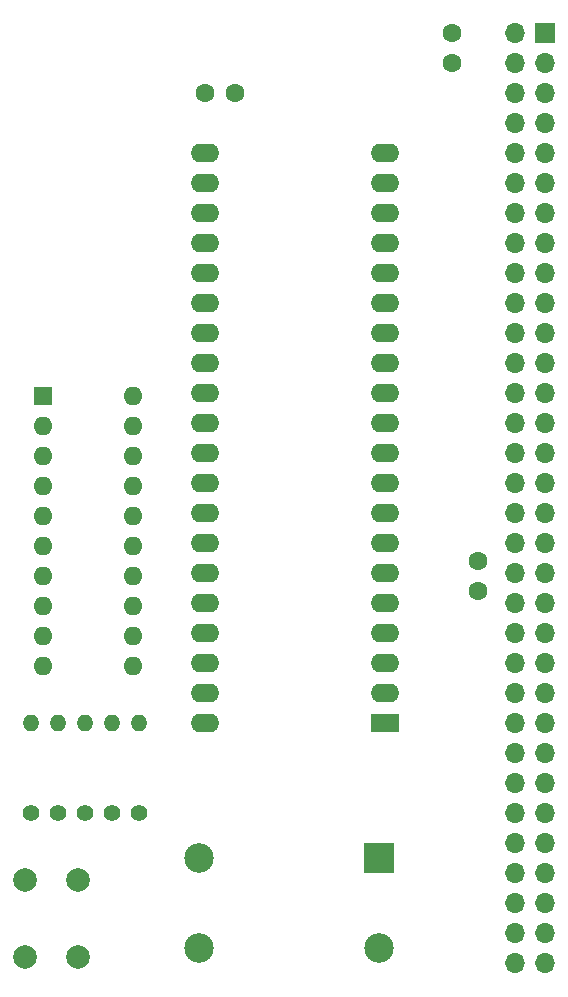
<source format=gbs>
G04 #@! TF.GenerationSoftware,KiCad,Pcbnew,(6.0.1)*
G04 #@! TF.CreationDate,2022-09-09T17:08:23-04:00*
G04 #@! TF.ProjectId,LB-65C816-01,4c422d36-3543-4383-9136-2d30312e6b69,1*
G04 #@! TF.SameCoordinates,Original*
G04 #@! TF.FileFunction,Soldermask,Bot*
G04 #@! TF.FilePolarity,Negative*
%FSLAX46Y46*%
G04 Gerber Fmt 4.6, Leading zero omitted, Abs format (unit mm)*
G04 Created by KiCad (PCBNEW (6.0.1)) date 2022-09-09 17:08:23*
%MOMM*%
%LPD*%
G01*
G04 APERTURE LIST*
%ADD10C,2.000000*%
%ADD11O,1.400000X1.400000*%
%ADD12C,1.400000*%
%ADD13R,2.500000X2.500000*%
%ADD14C,2.500000*%
%ADD15R,1.600000X1.600000*%
%ADD16O,1.600000X1.600000*%
%ADD17R,2.400000X1.600000*%
%ADD18O,2.400000X1.600000*%
%ADD19R,1.700000X1.700000*%
%ADD20O,1.700000X1.700000*%
%ADD21C,1.600000*%
G04 APERTURE END LIST*
D10*
X135926000Y-132790000D03*
X135926000Y-126290000D03*
X140426000Y-132790000D03*
X140426000Y-126290000D03*
D11*
X136398000Y-113030000D03*
D12*
X136398000Y-120650000D03*
X143256000Y-120650000D03*
D11*
X143256000Y-113030000D03*
D12*
X145542000Y-120650000D03*
D11*
X145542000Y-113030000D03*
D12*
X138684000Y-120650000D03*
D11*
X138684000Y-113030000D03*
D12*
X140970000Y-120650000D03*
D11*
X140970000Y-113030000D03*
D13*
X165862000Y-124460000D03*
D14*
X150622000Y-124460000D03*
X150622000Y-132080000D03*
X165862000Y-132080000D03*
D15*
X137424000Y-85349000D03*
D16*
X137424000Y-87889000D03*
X137424000Y-90429000D03*
X137424000Y-92969000D03*
X137424000Y-95509000D03*
X137424000Y-98049000D03*
X137424000Y-100589000D03*
X137424000Y-103129000D03*
X137424000Y-105669000D03*
X137424000Y-108209000D03*
X145044000Y-108209000D03*
X145044000Y-105669000D03*
X145044000Y-103129000D03*
X145044000Y-100589000D03*
X145044000Y-98049000D03*
X145044000Y-95509000D03*
X145044000Y-92969000D03*
X145044000Y-90429000D03*
X145044000Y-87889000D03*
X145044000Y-85349000D03*
D17*
X166375000Y-113025000D03*
D18*
X166375000Y-110485000D03*
X166375000Y-107945000D03*
X166375000Y-105405000D03*
X166375000Y-102865000D03*
X166375000Y-100325000D03*
X166375000Y-97785000D03*
X166375000Y-95245000D03*
X166375000Y-92705000D03*
X166375000Y-90165000D03*
X166375000Y-87625000D03*
X166375000Y-85085000D03*
X166375000Y-82545000D03*
X166375000Y-80005000D03*
X166375000Y-77465000D03*
X166375000Y-74925000D03*
X166375000Y-72385000D03*
X166375000Y-69845000D03*
X166375000Y-67305000D03*
X166375000Y-64765000D03*
X151135000Y-64765000D03*
X151135000Y-67305000D03*
X151135000Y-69845000D03*
X151135000Y-72385000D03*
X151135000Y-74925000D03*
X151135000Y-77465000D03*
X151135000Y-80005000D03*
X151135000Y-82545000D03*
X151135000Y-85085000D03*
X151135000Y-87625000D03*
X151135000Y-90165000D03*
X151135000Y-92705000D03*
X151135000Y-95245000D03*
X151135000Y-97785000D03*
X151135000Y-100325000D03*
X151135000Y-102865000D03*
X151135000Y-105405000D03*
X151135000Y-107945000D03*
X151135000Y-110485000D03*
X151135000Y-113025000D03*
D19*
X179890000Y-54615000D03*
D20*
X177350000Y-54615000D03*
X179890000Y-57155000D03*
X177350000Y-57155000D03*
X179890000Y-59695000D03*
X177350000Y-59695000D03*
X179890000Y-62235000D03*
X177350000Y-62235000D03*
X179890000Y-64775000D03*
X177350000Y-64775000D03*
X179890000Y-67315000D03*
X177350000Y-67315000D03*
X179890000Y-69855000D03*
X177350000Y-69855000D03*
X179890000Y-72395000D03*
X177350000Y-72395000D03*
X179890000Y-74935000D03*
X177350000Y-74935000D03*
X179890000Y-77475000D03*
X177350000Y-77475000D03*
X179890000Y-80015000D03*
X177350000Y-80015000D03*
X179890000Y-82555000D03*
X177350000Y-82555000D03*
X179890000Y-85095000D03*
X177350000Y-85095000D03*
X179890000Y-87635000D03*
X177350000Y-87635000D03*
X179890000Y-90175000D03*
X177350000Y-90175000D03*
X179890000Y-92715000D03*
X177350000Y-92715000D03*
X179890000Y-95255000D03*
X177350000Y-95255000D03*
X179890000Y-97795000D03*
X177350000Y-97795000D03*
X179890000Y-100335000D03*
X177350000Y-100335000D03*
X179890000Y-102875000D03*
X177350000Y-102875000D03*
X179890000Y-105415000D03*
X177350000Y-105415000D03*
X179890000Y-107955000D03*
X177350000Y-107955000D03*
X179890000Y-110495000D03*
X177350000Y-110495000D03*
X179890000Y-113035000D03*
X177350000Y-113035000D03*
X179890000Y-115575000D03*
X177350000Y-115575000D03*
X179890000Y-118115000D03*
X177350000Y-118115000D03*
X179890000Y-120655000D03*
X177350000Y-120655000D03*
X179890000Y-123195000D03*
X177350000Y-123195000D03*
X179890000Y-125735000D03*
X177350000Y-125735000D03*
X179890000Y-128275000D03*
X177350000Y-128275000D03*
X179890000Y-130815000D03*
X177350000Y-130815000D03*
X179890000Y-133355000D03*
X177350000Y-133355000D03*
D21*
X151150000Y-59690000D03*
X153650000Y-59690000D03*
X172085000Y-57130000D03*
X172085000Y-54630000D03*
X174244000Y-101834000D03*
X174244000Y-99334000D03*
M02*

</source>
